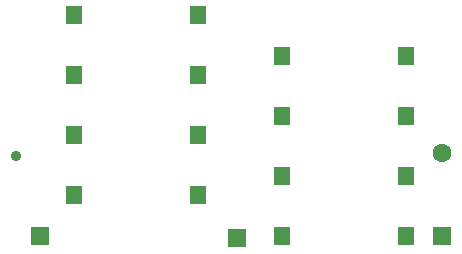
<source format=gts>
G04 #@! TF.GenerationSoftware,KiCad,Pcbnew,8.0.3*
G04 #@! TF.CreationDate,2024-07-11T09:46:03+02:00*
G04 #@! TF.ProjectId,double_145MHz_BPF,646f7562-6c65-45f3-9134-354d487a5f42,rev?*
G04 #@! TF.SameCoordinates,Original*
G04 #@! TF.FileFunction,Soldermask,Top*
G04 #@! TF.FilePolarity,Negative*
%FSLAX46Y46*%
G04 Gerber Fmt 4.6, Leading zero omitted, Abs format (unit mm)*
G04 Created by KiCad (PCBNEW 8.0.3) date 2024-07-11 09:46:03*
%MOMM*%
%LPD*%
G01*
G04 APERTURE LIST*
G04 Aperture macros list*
%AMRoundRect*
0 Rectangle with rounded corners*
0 $1 Rounding radius*
0 $2 $3 $4 $5 $6 $7 $8 $9 X,Y pos of 4 corners*
0 Add a 4 corners polygon primitive as box body*
4,1,4,$2,$3,$4,$5,$6,$7,$8,$9,$2,$3,0*
0 Add four circle primitives for the rounded corners*
1,1,$1+$1,$2,$3*
1,1,$1+$1,$4,$5*
1,1,$1+$1,$6,$7*
1,1,$1+$1,$8,$9*
0 Add four rect primitives between the rounded corners*
20,1,$1+$1,$2,$3,$4,$5,0*
20,1,$1+$1,$4,$5,$6,$7,0*
20,1,$1+$1,$6,$7,$8,$9,0*
20,1,$1+$1,$8,$9,$2,$3,0*%
G04 Aperture macros list end*
%ADD10R,1.397000X1.524000*%
%ADD11RoundRect,0.250000X0.550000X-0.550000X0.550000X0.550000X-0.550000X0.550000X-0.550000X-0.550000X0*%
%ADD12C,1.600000*%
%ADD13RoundRect,0.250000X-0.550000X-0.550000X0.550000X-0.550000X0.550000X0.550000X-0.550000X0.550000X0*%
%ADD14C,0.900000*%
G04 APERTURE END LIST*
D10*
X119000000Y-66760000D03*
X108459000Y-66760000D03*
X119000000Y-61680000D03*
X108459000Y-61680000D03*
X119000000Y-56600000D03*
X108459000Y-56600000D03*
X119000000Y-51520000D03*
X108459000Y-51520000D03*
X90879500Y-48078000D03*
X101420500Y-48078000D03*
X90879500Y-53158000D03*
X101420500Y-53158000D03*
X90879500Y-58238000D03*
X101420500Y-58238000D03*
X90879500Y-63318000D03*
X101420500Y-63318000D03*
D11*
X122000000Y-66800000D03*
D12*
X122000000Y-59800000D03*
D13*
X104700000Y-67000000D03*
D11*
X88000000Y-66800000D03*
D14*
X86000000Y-60000000D03*
M02*

</source>
